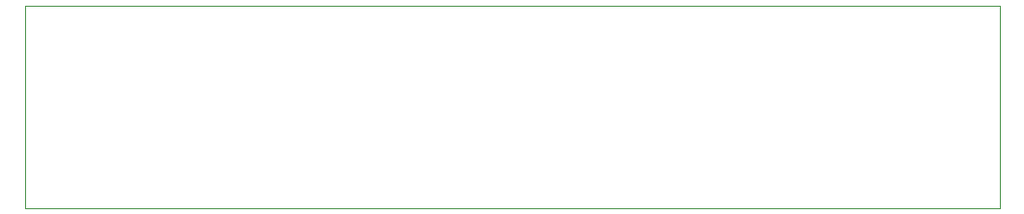
<source format=gm1>
%TF.GenerationSoftware,KiCad,Pcbnew,5.1.10*%
%TF.CreationDate,2021-12-13T09:12:55+01:00*%
%TF.ProjectId,sensor_board,73656e73-6f72-45f6-926f-6172642e6b69,rev?*%
%TF.SameCoordinates,Original*%
%TF.FileFunction,Profile,NP*%
%FSLAX46Y46*%
G04 Gerber Fmt 4.6, Leading zero omitted, Abs format (unit mm)*
G04 Created by KiCad (PCBNEW 5.1.10) date 2021-12-13 09:12:55*
%MOMM*%
%LPD*%
G01*
G04 APERTURE LIST*
%TA.AperFunction,Profile*%
%ADD10C,0.100000*%
%TD*%
G04 APERTURE END LIST*
D10*
X179800000Y-95100000D02*
X184100000Y-95100000D01*
X179800000Y-77300000D02*
X184100000Y-77300000D01*
X184100000Y-77300000D02*
X184100000Y-86000000D01*
X98600000Y-77300000D02*
X179800000Y-77300000D01*
X98600000Y-86000000D02*
X98600000Y-77300000D01*
X98600000Y-95100000D02*
X179800000Y-95100000D01*
X184100000Y-86000000D02*
X184100000Y-95100000D01*
X98600000Y-86000000D02*
X98600000Y-95100000D01*
M02*

</source>
